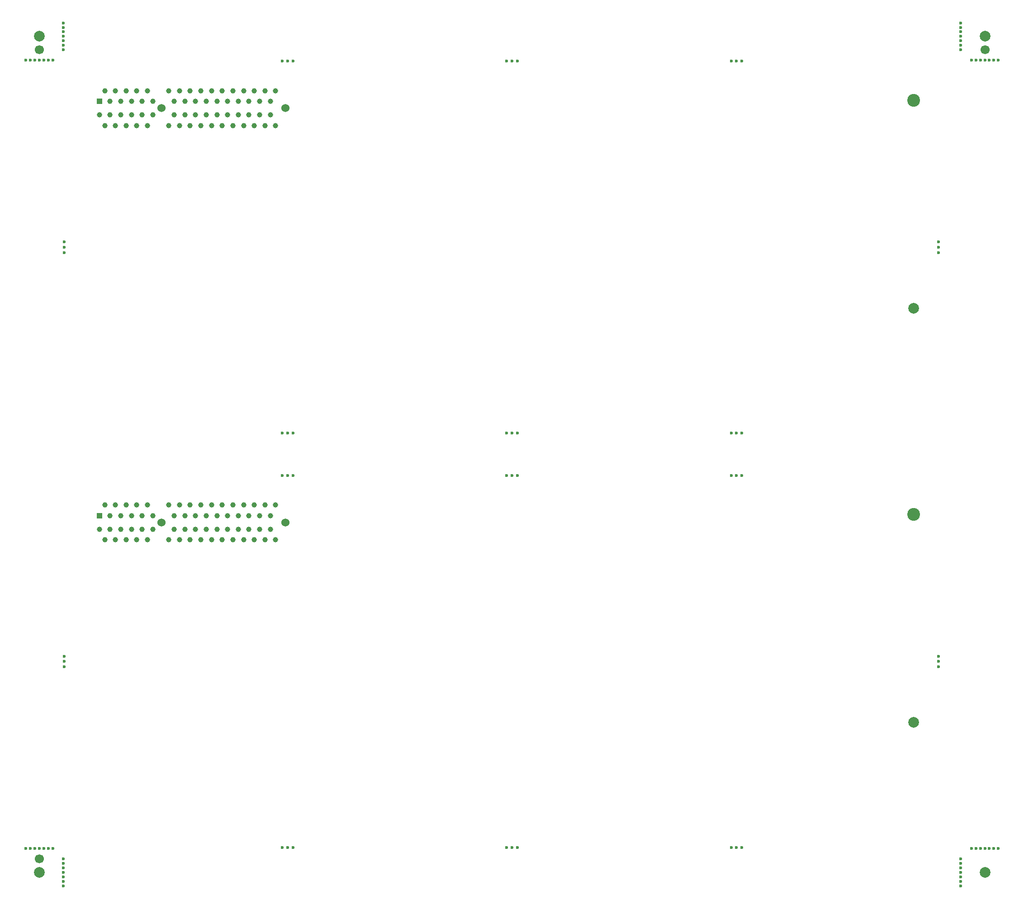
<source format=gbr>
G04 #@! TF.GenerationSoftware,KiCad,Pcbnew,6.0.7*
G04 #@! TF.CreationDate,2022-09-06T12:37:21-05:00*
G04 #@! TF.ProjectId,panel,70616e65-6c2e-46b6-9963-61645f706362,rev?*
G04 #@! TF.SameCoordinates,Original*
G04 #@! TF.FileFunction,Soldermask,Bot*
G04 #@! TF.FilePolarity,Negative*
%FSLAX46Y46*%
G04 Gerber Fmt 4.6, Leading zero omitted, Abs format (unit mm)*
G04 Created by KiCad (PCBNEW 6.0.7) date 2022-09-06 12:37:21*
%MOMM*%
%LPD*%
G01*
G04 APERTURE LIST*
%ADD10C,0.600000*%
%ADD11C,2.000000*%
%ADD12C,1.524000*%
%ADD13R,1.000000X1.000000*%
%ADD14C,1.000000*%
%ADD15C,2.400000*%
%ADD16C,1.700000*%
G04 APERTURE END LIST*
D10*
G04 #@! TO.C,REF\u002A\u002A*
X146999987Y-99755647D03*
G04 #@! TD*
G04 #@! TO.C,REF\u002A\u002A*
X105999995Y-91853400D03*
G04 #@! TD*
G04 #@! TO.C,REF\u002A\u002A*
X20000000Y-169611776D03*
G04 #@! TD*
G04 #@! TO.C,REF\u002A\u002A*
X148999987Y-99755814D03*
G04 #@! TD*
G04 #@! TO.C,REF\u002A\u002A*
X147999995Y-91852234D03*
G04 #@! TD*
G04 #@! TO.C,REF\u002A\u002A*
X22000000Y-173278442D03*
G04 #@! TD*
G04 #@! TO.C,REF\u002A\u002A*
X22000000Y-16666666D03*
G04 #@! TD*
G04 #@! TO.C,REF\u002A\u002A*
X62999996Y-91852478D03*
G04 #@! TD*
G04 #@! TO.C,REF\u002A\u002A*
X190000000Y-19166666D03*
G04 #@! TD*
G04 #@! TO.C,REF\u002A\u002A*
X185850000Y-135606776D03*
G04 #@! TD*
G04 #@! TO.C,REF\u002A\u002A*
X22000000Y-174945109D03*
G04 #@! TD*
G04 #@! TO.C,REF\u002A\u002A*
X193666666Y-169611776D03*
G04 #@! TD*
G04 #@! TO.C,REF\u002A\u002A*
X20000000Y-22000000D03*
G04 #@! TD*
G04 #@! TO.C,REF\u002A\u002A*
X148000010Y-169460572D03*
G04 #@! TD*
G04 #@! TO.C,REF\u002A\u002A*
X147999995Y-22153094D03*
G04 #@! TD*
G04 #@! TO.C,REF\u002A\u002A*
X63000018Y-99756805D03*
G04 #@! TD*
G04 #@! TO.C,REF\u002A\u002A*
X15833334Y-22000000D03*
G04 #@! TD*
G04 #@! TO.C,REF\u002A\u002A*
X64000018Y-99756682D03*
G04 #@! TD*
G04 #@! TO.C,REF\u002A\u002A*
X190000000Y-174945109D03*
G04 #@! TD*
G04 #@! TO.C,REF\u002A\u002A*
X190000000Y-175778442D03*
G04 #@! TD*
G04 #@! TO.C,REF\u002A\u002A*
X22000000Y-175778442D03*
G04 #@! TD*
G04 #@! TO.C,REF\u002A\u002A*
X65000018Y-99756559D03*
G04 #@! TD*
G04 #@! TO.C,REF\u002A\u002A*
X194500000Y-169611776D03*
G04 #@! TD*
G04 #@! TO.C,REF\u002A\u002A*
X193666666Y-22000000D03*
G04 #@! TD*
G04 #@! TO.C,REF\u002A\u002A*
X19166667Y-169611776D03*
G04 #@! TD*
G04 #@! TO.C,REF\u002A\u002A*
X22000000Y-172445109D03*
G04 #@! TD*
G04 #@! TO.C,REF\u002A\u002A*
X22150000Y-134606776D03*
G04 #@! TD*
G04 #@! TO.C,REF\u002A\u002A*
X192000000Y-169611776D03*
G04 #@! TD*
G04 #@! TO.C,REF\u002A\u002A*
X22000000Y-19166666D03*
G04 #@! TD*
G04 #@! TO.C,REF\u002A\u002A*
X146999995Y-91852261D03*
G04 #@! TD*
G04 #@! TO.C,REF\u002A\u002A*
X149000010Y-169460644D03*
G04 #@! TD*
G04 #@! TO.C,REF\u002A\u002A*
X105999995Y-22151927D03*
G04 #@! TD*
D11*
G04 #@! TO.C,REF\u002A\u002A*
X17500000Y-174111776D03*
G04 #@! TD*
D10*
G04 #@! TO.C,REF\u002A\u002A*
X190000000Y-17500000D03*
G04 #@! TD*
G04 #@! TO.C,REF\u002A\u002A*
X147999987Y-99755730D03*
G04 #@! TD*
G04 #@! TO.C,REF\u002A\u002A*
X16666667Y-169611776D03*
G04 #@! TD*
G04 #@! TO.C,REF\u002A\u002A*
X197000000Y-22000000D03*
G04 #@! TD*
D12*
G04 #@! TO.C,J1*
X63535000Y-30953553D03*
X40385000Y-30953553D03*
D13*
X28735000Y-29703553D03*
D14*
X29735000Y-27703553D03*
X30735000Y-29703553D03*
X31735000Y-27703553D03*
X32735000Y-29703553D03*
X33735000Y-27703553D03*
X34735000Y-29703553D03*
X35735000Y-27703553D03*
X36735000Y-29703553D03*
X37735000Y-27703553D03*
X38735000Y-29703553D03*
X41735000Y-27703553D03*
X42735000Y-29703553D03*
X43735000Y-27703553D03*
X44735000Y-29703553D03*
X45735000Y-27703553D03*
X46735000Y-29703553D03*
X47735000Y-27703553D03*
X48735000Y-29703553D03*
X49735000Y-27703553D03*
X50735000Y-29703553D03*
X51735000Y-27703553D03*
X52735000Y-29703553D03*
X53735000Y-27703553D03*
X54735000Y-29703553D03*
X55735000Y-27703553D03*
X56735000Y-29703553D03*
X57735000Y-27703553D03*
X58735000Y-29703553D03*
X59735000Y-27703553D03*
X60735000Y-29703553D03*
X61735000Y-27703553D03*
X28735000Y-32203553D03*
X29735000Y-34203553D03*
X30735000Y-32203553D03*
X31735000Y-34203553D03*
X32735000Y-32203553D03*
X33735000Y-34203553D03*
X34735000Y-32203553D03*
X35735000Y-34203553D03*
X36735000Y-32203553D03*
X37735000Y-34203553D03*
X38735000Y-32203553D03*
X41735000Y-34203553D03*
X42735000Y-32203553D03*
X43735000Y-34203553D03*
X44735000Y-32203553D03*
X45735000Y-34203553D03*
X46735000Y-32203553D03*
X47735000Y-34203553D03*
X48735000Y-32203553D03*
X49735000Y-34203553D03*
X50735000Y-32203553D03*
X51735000Y-34203553D03*
X52735000Y-32203553D03*
X53735000Y-34203553D03*
X54735000Y-32203553D03*
X55735000Y-34203553D03*
X56735000Y-32203553D03*
X57735000Y-34203553D03*
X58735000Y-32203553D03*
X59735000Y-34203553D03*
X60735000Y-32203553D03*
X61735000Y-34203553D03*
G04 #@! TD*
D10*
G04 #@! TO.C,REF\u002A\u002A*
X22000000Y-176611776D03*
G04 #@! TD*
G04 #@! TO.C,REF\u002A\u002A*
X19166667Y-22000000D03*
G04 #@! TD*
G04 #@! TO.C,REF\u002A\u002A*
X185850000Y-56001776D03*
G04 #@! TD*
G04 #@! TO.C,REF\u002A\u002A*
X190000000Y-171611776D03*
G04 #@! TD*
G04 #@! TO.C,REF\u002A\u002A*
X63999996Y-91852452D03*
G04 #@! TD*
G04 #@! TO.C,REF\u002A\u002A*
X190000000Y-172445109D03*
G04 #@! TD*
G04 #@! TO.C,REF\u002A\u002A*
X17500000Y-22000000D03*
G04 #@! TD*
G04 #@! TO.C,REF\u002A\u002A*
X190000000Y-16666666D03*
G04 #@! TD*
G04 #@! TO.C,REF\u002A\u002A*
X64000010Y-169459998D03*
G04 #@! TD*
G04 #@! TO.C,REF\u002A\u002A*
X18333334Y-169611776D03*
G04 #@! TD*
G04 #@! TO.C,REF\u002A\u002A*
X106999995Y-91853372D03*
G04 #@! TD*
G04 #@! TO.C,REF\u002A\u002A*
X107000010Y-169457580D03*
G04 #@! TD*
G04 #@! TO.C,REF\u002A\u002A*
X22150000Y-133606776D03*
G04 #@! TD*
G04 #@! TO.C,REF\u002A\u002A*
X106000010Y-169457507D03*
G04 #@! TD*
D11*
G04 #@! TO.C,REF\u002A\u002A*
X17500000Y-17500000D03*
G04 #@! TD*
D10*
G04 #@! TO.C,REF\u002A\u002A*
X195333333Y-169611776D03*
G04 #@! TD*
G04 #@! TO.C,REF\u002A\u002A*
X148999995Y-22153122D03*
G04 #@! TD*
G04 #@! TO.C,REF\u002A\u002A*
X16666667Y-22000000D03*
G04 #@! TD*
G04 #@! TO.C,REF\u002A\u002A*
X22150000Y-57001776D03*
G04 #@! TD*
G04 #@! TO.C,REF\u002A\u002A*
X63000003Y-22150702D03*
G04 #@! TD*
G04 #@! TO.C,REF\u002A\u002A*
X22150000Y-135606776D03*
G04 #@! TD*
G04 #@! TO.C,REF\u002A\u002A*
X22000000Y-174111776D03*
G04 #@! TD*
G04 #@! TO.C,REF\u002A\u002A*
X185850000Y-133606776D03*
G04 #@! TD*
G04 #@! TO.C,REF\u002A\u002A*
X105000010Y-169457434D03*
G04 #@! TD*
G04 #@! TO.C,REF\u002A\u002A*
X190000000Y-15833333D03*
G04 #@! TD*
G04 #@! TO.C,REF\u002A\u002A*
X147000010Y-169460499D03*
G04 #@! TD*
G04 #@! TO.C,REF\u002A\u002A*
X106999987Y-99752313D03*
G04 #@! TD*
G04 #@! TO.C,REF\u002A\u002A*
X64000003Y-22150675D03*
G04 #@! TD*
G04 #@! TO.C,REF\u002A\u002A*
X15000000Y-22000000D03*
G04 #@! TD*
D11*
G04 #@! TO.C,REF\u002A\u002A*
X194500000Y-174111776D03*
G04 #@! TD*
D10*
G04 #@! TO.C,REF\u002A\u002A*
X190000000Y-20000000D03*
G04 #@! TD*
G04 #@! TO.C,REF\u002A\u002A*
X63000010Y-169459928D03*
G04 #@! TD*
G04 #@! TO.C,REF\u002A\u002A*
X22150000Y-58001776D03*
G04 #@! TD*
G04 #@! TO.C,REF\u002A\u002A*
X65000003Y-22150649D03*
G04 #@! TD*
D11*
G04 #@! TO.C,J2*
X181200000Y-146027106D03*
D15*
X181200000Y-107087106D03*
G04 #@! TD*
D10*
G04 #@! TO.C,REF\u002A\u002A*
X197000000Y-169611776D03*
G04 #@! TD*
D12*
G04 #@! TO.C,J1*
X40385000Y-108557106D03*
X63535000Y-108557106D03*
D13*
X28735000Y-107307106D03*
D14*
X29735000Y-105307106D03*
X30735000Y-107307106D03*
X31735000Y-105307106D03*
X32735000Y-107307106D03*
X33735000Y-105307106D03*
X34735000Y-107307106D03*
X35735000Y-105307106D03*
X36735000Y-107307106D03*
X37735000Y-105307106D03*
X38735000Y-107307106D03*
X41735000Y-105307106D03*
X42735000Y-107307106D03*
X43735000Y-105307106D03*
X44735000Y-107307106D03*
X45735000Y-105307106D03*
X46735000Y-107307106D03*
X47735000Y-105307106D03*
X48735000Y-107307106D03*
X49735000Y-105307106D03*
X50735000Y-107307106D03*
X51735000Y-105307106D03*
X52735000Y-107307106D03*
X53735000Y-105307106D03*
X54735000Y-107307106D03*
X55735000Y-105307106D03*
X56735000Y-107307106D03*
X57735000Y-105307106D03*
X58735000Y-107307106D03*
X59735000Y-105307106D03*
X60735000Y-107307106D03*
X61735000Y-105307106D03*
X28735000Y-109807106D03*
X29735000Y-111807106D03*
X30735000Y-109807106D03*
X31735000Y-111807106D03*
X32735000Y-109807106D03*
X33735000Y-111807106D03*
X34735000Y-109807106D03*
X35735000Y-111807106D03*
X36735000Y-109807106D03*
X37735000Y-111807106D03*
X38735000Y-109807106D03*
X41735000Y-111807106D03*
X42735000Y-109807106D03*
X43735000Y-111807106D03*
X44735000Y-109807106D03*
X45735000Y-111807106D03*
X46735000Y-109807106D03*
X47735000Y-111807106D03*
X48735000Y-109807106D03*
X49735000Y-111807106D03*
X50735000Y-109807106D03*
X51735000Y-111807106D03*
X52735000Y-109807106D03*
X53735000Y-111807106D03*
X54735000Y-109807106D03*
X55735000Y-111807106D03*
X56735000Y-109807106D03*
X57735000Y-111807106D03*
X58735000Y-109807106D03*
X59735000Y-111807106D03*
X60735000Y-109807106D03*
X61735000Y-111807106D03*
G04 #@! TD*
D10*
G04 #@! TO.C,REF\u002A\u002A*
X15833334Y-169611776D03*
G04 #@! TD*
G04 #@! TO.C,REF\u002A\u002A*
X190000000Y-15000000D03*
G04 #@! TD*
G04 #@! TO.C,REF\u002A\u002A*
X190000000Y-18333333D03*
G04 #@! TD*
G04 #@! TO.C,REF\u002A\u002A*
X22000000Y-15000000D03*
G04 #@! TD*
G04 #@! TO.C,REF\u002A\u002A*
X15000000Y-169611776D03*
G04 #@! TD*
G04 #@! TO.C,REF\u002A\u002A*
X185850000Y-57001776D03*
G04 #@! TD*
G04 #@! TO.C,REF\u002A\u002A*
X22000000Y-15833333D03*
G04 #@! TD*
D11*
G04 #@! TO.C,J2*
X181200000Y-68423553D03*
D15*
X181200000Y-29483553D03*
G04 #@! TD*
D10*
G04 #@! TO.C,REF\u002A\u002A*
X65000010Y-169460068D03*
G04 #@! TD*
G04 #@! TO.C,REF\u002A\u002A*
X106999995Y-22151955D03*
G04 #@! TD*
G04 #@! TO.C,REF\u002A\u002A*
X64999996Y-91852425D03*
G04 #@! TD*
G04 #@! TO.C,REF\u002A\u002A*
X146999995Y-22153066D03*
G04 #@! TD*
G04 #@! TO.C,REF\u002A\u002A*
X22000000Y-17500000D03*
G04 #@! TD*
G04 #@! TO.C,REF\u002A\u002A*
X194500000Y-22000000D03*
G04 #@! TD*
G04 #@! TO.C,REF\u002A\u002A*
X104999995Y-91853428D03*
G04 #@! TD*
G04 #@! TO.C,REF\u002A\u002A*
X192000000Y-22000000D03*
G04 #@! TD*
G04 #@! TO.C,REF\u002A\u002A*
X22000000Y-18333333D03*
G04 #@! TD*
G04 #@! TO.C,REF\u002A\u002A*
X192833333Y-22000000D03*
G04 #@! TD*
G04 #@! TO.C,REF\u002A\u002A*
X195333333Y-22000000D03*
G04 #@! TD*
G04 #@! TO.C,REF\u002A\u002A*
X105999987Y-99752230D03*
G04 #@! TD*
G04 #@! TO.C,REF\u002A\u002A*
X18333334Y-22000000D03*
G04 #@! TD*
G04 #@! TO.C,REF\u002A\u002A*
X22000000Y-20000000D03*
G04 #@! TD*
G04 #@! TO.C,REF\u002A\u002A*
X190000000Y-176611776D03*
G04 #@! TD*
D11*
G04 #@! TO.C,REF\u002A\u002A*
X194500000Y-17500000D03*
G04 #@! TD*
D10*
G04 #@! TO.C,REF\u002A\u002A*
X104999987Y-99752146D03*
G04 #@! TD*
G04 #@! TO.C,REF\u002A\u002A*
X196166666Y-169611776D03*
G04 #@! TD*
G04 #@! TO.C,REF\u002A\u002A*
X148999995Y-91852206D03*
G04 #@! TD*
G04 #@! TO.C,REF\u002A\u002A*
X196166666Y-22000000D03*
G04 #@! TD*
G04 #@! TO.C,REF\u002A\u002A*
X22000000Y-171611776D03*
G04 #@! TD*
G04 #@! TO.C,REF\u002A\u002A*
X192833333Y-169611776D03*
G04 #@! TD*
G04 #@! TO.C,REF\u002A\u002A*
X185850000Y-58001776D03*
G04 #@! TD*
G04 #@! TO.C,REF\u002A\u002A*
X190000000Y-174111776D03*
G04 #@! TD*
G04 #@! TO.C,REF\u002A\u002A*
X22150000Y-56001776D03*
G04 #@! TD*
G04 #@! TO.C,REF\u002A\u002A*
X17500000Y-169611776D03*
G04 #@! TD*
G04 #@! TO.C,REF\u002A\u002A*
X185850000Y-134606776D03*
G04 #@! TD*
G04 #@! TO.C,REF\u002A\u002A*
X104999995Y-22151899D03*
G04 #@! TD*
G04 #@! TO.C,REF\u002A\u002A*
X190000000Y-173278442D03*
G04 #@! TD*
D16*
G04 #@! TO.C,REF\u002A\u002A*
X194500000Y-20000000D03*
G04 #@! TD*
G04 #@! TO.C,REF\u002A\u002A*
X17500000Y-20000000D03*
G04 #@! TD*
G04 #@! TO.C,REF\u002A\u002A*
X17500000Y-171611776D03*
G04 #@! TD*
M02*

</source>
